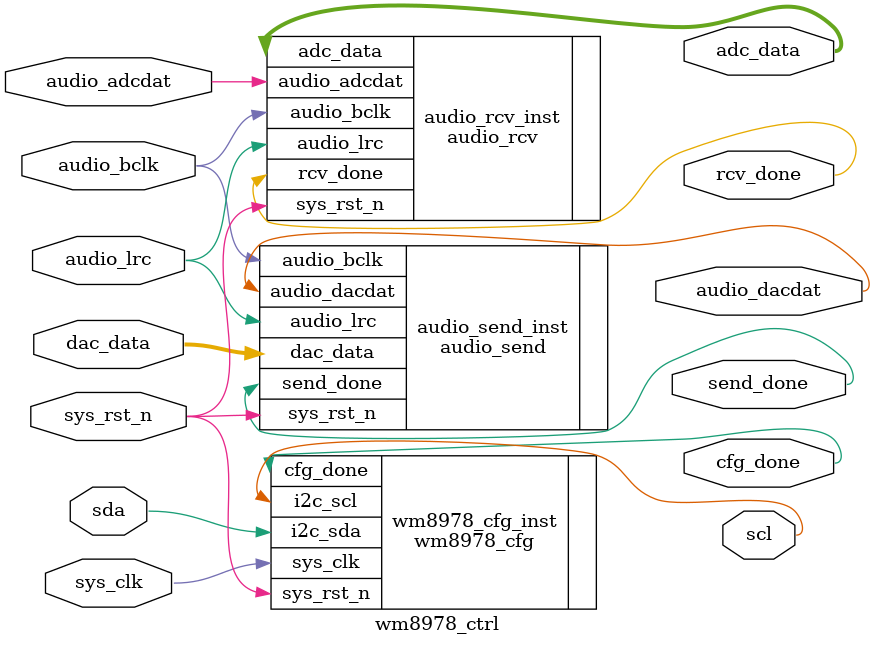
<source format=v>
`timescale  1ns/1ns

module  wm8978_ctrl
(
    input   wire            sys_clk     ,   //系统时钟，频率50MHz
    input   wire            sys_rst_n   ,   //系统复位，低电平有效
    input   wire            audio_bclk  ,   //WM8978输出的位时钟
    input   wire            audio_lrc   ,   //WM8978输出的数据左/右对齐时钟
    input   wire            audio_adcdat,   //WM8978ADC数据输出
    input   wire    [15:0]  dac_data    ,   //输入音频数据
    
    output  wire            scl         ,   //输出至wm8978的串行时钟信号scl
    output  wire            audio_dacdat,   //输出DAC数据给WM8978
    output  wire            rcv_done    ,   //一次数据接收完成
    output  wire            send_done   ,   //一次数据发送完成
    output  wire    [15:0]  adc_data    ,   //输出音频数据
    output  wire            cfg_done    ,   //寄存器配置完成信号
            
    inout   wire            sda             //输出至wm8978的串行数据信号sda
    
);

//********************************************************************//
//*************************** Instantiation **************************//
//********************************************************************//

//------------- audio_rcv_inst -------------
audio_rcv   audio_rcv_inst
(
    .audio_bclk     (audio_bclk  ),  //WM8978输出的位时钟
    .sys_rst_n      (sys_rst_n   ),  //系统复位，低有效
    .audio_lrc      (audio_lrc   ),  //WM8978输出的数据左/右对齐时钟
    .audio_adcdat   (audio_adcdat),  //WM8978ADC数据输出

    .adc_data       (adc_data    ),  //一次接收的数据
    .rcv_done       (rcv_done    )   //一次数据接收完成

);

//------------- audio_send_inst -------------
audio_send  audio_send_inst
(
    .audio_bclk      (audio_bclk  ),   //WM8978输出的位时钟
    .sys_rst_n       (sys_rst_n   ),   //系统复位，低有效
    .audio_lrc       (audio_lrc   ),   //WM8978输出数据左/右对齐时钟
    .dac_data        (dac_data    ),   //往WM8978发送的数据

    .audio_dacdat    (audio_dacdat),   //发送DAC数据给WM8978
    .send_done       (send_done   )    //一次数据发送完成

);

//------------- wm8978_cfg_inst -------------
wm8978_cfg  wm8978_cfg_inst
(
    .sys_clk     (sys_clk   ),  //系统时钟，频率50MHz
    .sys_rst_n   (sys_rst_n ),  //系统复位，低电平有效
    
    .i2c_scl     (scl       ),  //输出至wm8978的串行时钟信号scl
    .i2c_sda     (sda       ),  //输出至wm8978的串行数据信号sda
    .cfg_done    (cfg_done  )   //寄存器配置完成信号
    
);

endmodule
</source>
